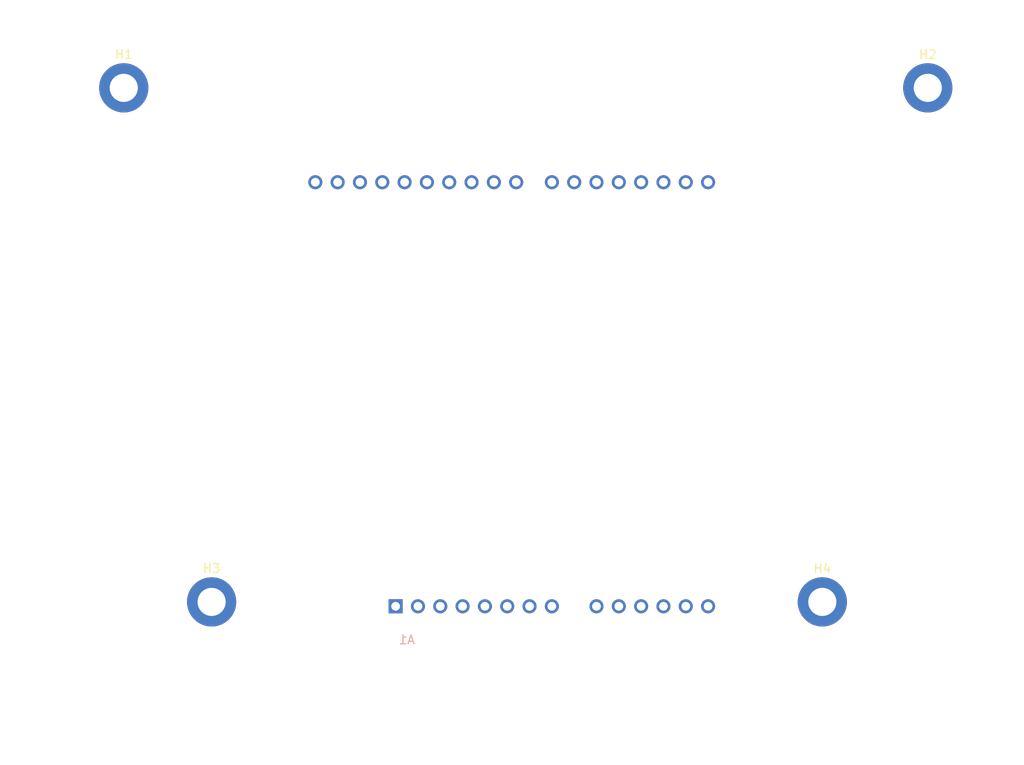
<source format=kicad_pcb>
(kicad_pcb (version 20221018) (generator pcbnew)
  (layers (0 "F.Cu" signal) (31 "B.Cu" signal) (34 "B.Paste" user) (35 "F.Paste" user) (36 "B.SilkS" user "B.Silkscreen") (37 "F.SilkS" user "F.Silkscreen") (38 "B.Mask" user) (39 "F.Mask" user) (44 "Edge.Cuts" user))
  (net 0 "")
  (net 1 "GND")
  (footprint "MountingHole:MountingHole_3.2mm_M3_DIN965_Pad" (layer "F.Cu") (at 194.5 53)
    (fp_text reference "H2" (at 0 -3.8) (layer "F.SilkS"))
    (fp_text value "MountingHole_Pad")
    (pad "1" thru_hole circle (at 0 0) (size 5.6 5.6) (drill 3.2) (layers "*.Cu" "*.Mask") (net 1 "GND"))
  )
  (footprint "MountingHole:MountingHole_3.2mm_M3_DIN965_Pad" (layer "F.Cu") (at 182.5 111.5)
    (fp_text reference "H4" (at 0 -3.8) (layer "F.SilkS"))
    (fp_text value "MountingHole_Pad")
    (pad "1" thru_hole circle (at 0 0) (size 5.6 5.6) (drill 3.2) (layers "*.Cu" "*.Mask") (net 1 "GND"))
  )
  (footprint "MountingHole:MountingHole_3.2mm_M3_DIN965_Pad" (layer "F.Cu") (at 113 111.5)
    (fp_text reference "H3" (at 0 -3.8) (layer "F.SilkS"))
    (fp_text value "MountingHole_Pad")
    (pad "1" thru_hole circle (at 0 0) (size 5.6 5.6) (drill 3.2) (layers "*.Cu" "*.Mask") (net 1 "GND"))
  )
  (footprint "MountingHole:MountingHole_3.2mm_M3_DIN965_Pad" (layer "F.Cu") (at 103 53)
    (fp_text reference "H1" (at 0 -3.8) (layer "F.SilkS"))
    (fp_text value "MountingHole_Pad")
    (pad "1" thru_hole circle (at 0 0) (size 5.6 5.6) (drill 3.2) (layers "*.Cu" "*.Mask") (net 1 "GND"))
  )
  (footprint "footprints:UNO_R3_SHIELD" (layer "B.Cu") (at 133.94 112)
    (fp_text reference "A1" (at 1.27 3.81) (layer "B.SilkS") (effects (justify mirror)))
    (fp_text value "UNO_R3_SHIELD")
    (pad "1" thru_hole rect (at 0 0 270) (size 1.6 1.6) (drill 1) (layers "*.Cu" "*.Mask"))
    (pad "2" thru_hole oval (at 2.54 0 270) (size 1.6 1.6) (drill 1) (layers "*.Cu" "*.Mask"))
    (pad "3" thru_hole oval (at 5.08 0 270) (size 1.6 1.6) (drill 1) (layers "*.Cu" "*.Mask"))
    (pad "4" thru_hole oval (at 7.62 0 270) (size 1.6 1.6) (drill 1) (layers "*.Cu" "*.Mask"))
    (pad "5" thru_hole oval (at 10.16 0 270) (size 1.6 1.6) (drill 1) (layers "*.Cu" "*.Mask"))
    (pad "6" thru_hole oval (at 12.7 0 270) (size 1.6 1.6) (drill 1) (layers "*.Cu" "*.Mask"))
    (pad "7" thru_hole oval (at 15.24 0 270) (size 1.6 1.6) (drill 1) (layers "*.Cu" "*.Mask"))
    (pad "8" thru_hole oval (at 17.78 0 270) (size 1.6 1.6) (drill 1) (layers "*.Cu" "*.Mask"))
    (pad "9" thru_hole oval (at 22.86 0 270) (size 1.6 1.6) (drill 1) (layers "*.Cu" "*.Mask"))
    (pad "10" thru_hole oval (at 25.4 0 270) (size 1.6 1.6) (drill 1) (layers "*.Cu" "*.Mask"))
    (pad "11" thru_hole oval (at 27.94 0 270) (size 1.6 1.6) (drill 1) (layers "*.Cu" "*.Mask"))
    (pad "12" thru_hole oval (at 30.48 0 270) (size 1.6 1.6) (drill 1) (layers "*.Cu" "*.Mask"))
    (pad "13" thru_hole oval (at 33.02 0 270) (size 1.6 1.6) (drill 1) (layers "*.Cu" "*.Mask"))
    (pad "14" thru_hole oval (at 35.56 0 270) (size 1.6 1.6) (drill 1) (layers "*.Cu" "*.Mask"))
    (pad "15" thru_hole oval (at 35.56 -48.26 270) (size 1.6 1.6) (drill 1) (layers "*.Cu" "*.Mask"))
    (pad "16" thru_hole oval (at 33.02 -48.26 270) (size 1.6 1.6) (drill 1) (layers "*.Cu" "*.Mask"))
    (pad "17" thru_hole oval (at 30.48 -48.26 270) (size 1.6 1.6) (drill 1) (layers "*.Cu" "*.Mask"))
    (pad "18" thru_hole oval (at 27.94 -48.26 270) (size 1.6 1.6) (drill 1) (layers "*.Cu" "*.Mask"))
    (pad "19" thru_hole oval (at 25.4 -48.26 270) (size 1.6 1.6) (drill 1) (layers "*.Cu" "*.Mask"))
    (pad "20" thru_hole oval (at 22.86 -48.26 270) (size 1.6 1.6) (drill 1) (layers "*.Cu" "*.Mask"))
    (pad "21" thru_hole oval (at 20.32 -48.26 270) (size 1.6 1.6) (drill 1) (layers "*.Cu" "*.Mask"))
    (pad "22" thru_hole oval (at 17.78 -48.26 270) (size 1.6 1.6) (drill 1) (layers "*.Cu" "*.Mask"))
    (pad "23" thru_hole oval (at 13.72 -48.26 270) (size 1.6 1.6) (drill 1) (layers "*.Cu" "*.Mask"))
    (pad "24" thru_hole oval (at 11.18 -48.26 270) (size 1.6 1.6) (drill 1) (layers "*.Cu" "*.Mask"))
    (pad "25" thru_hole oval (at 8.64 -48.26 270) (size 1.6 1.6) (drill 1) (layers "*.Cu" "*.Mask"))
    (pad "26" thru_hole oval (at 6.1 -48.26 270) (size 1.6 1.6) (drill 1) (layers "*.Cu" "*.Mask"))
    (pad "27" thru_hole oval (at 3.56 -48.26 270) (size 1.6 1.6) (drill 1) (layers "*.Cu" "*.Mask"))
    (pad "28" thru_hole oval (at 1.02 -48.26 270) (size 1.6 1.6) (drill 1) (layers "*.Cu" "*.Mask"))
    (pad "29" thru_hole oval (at -1.52 -48.26 270) (size 1.6 1.6) (drill 1) (layers "*.Cu" "*.Mask"))
    (pad "30" thru_hole oval (at -4.06 -48.26 270) (size 1.6 1.6) (drill 1) (layers "*.Cu" "*.Mask"))
    (pad "31" thru_hole oval (at -6.6 -48.26 270) (size 1.6 1.6) (drill 1) (layers "*.Cu" "*.Mask"))
    (pad "32" thru_hole oval (at -9.14 -48.26 270) (size 1.6 1.6) (drill 1) (layers "*.Cu" "*.Mask"))
  )
)
</source>
